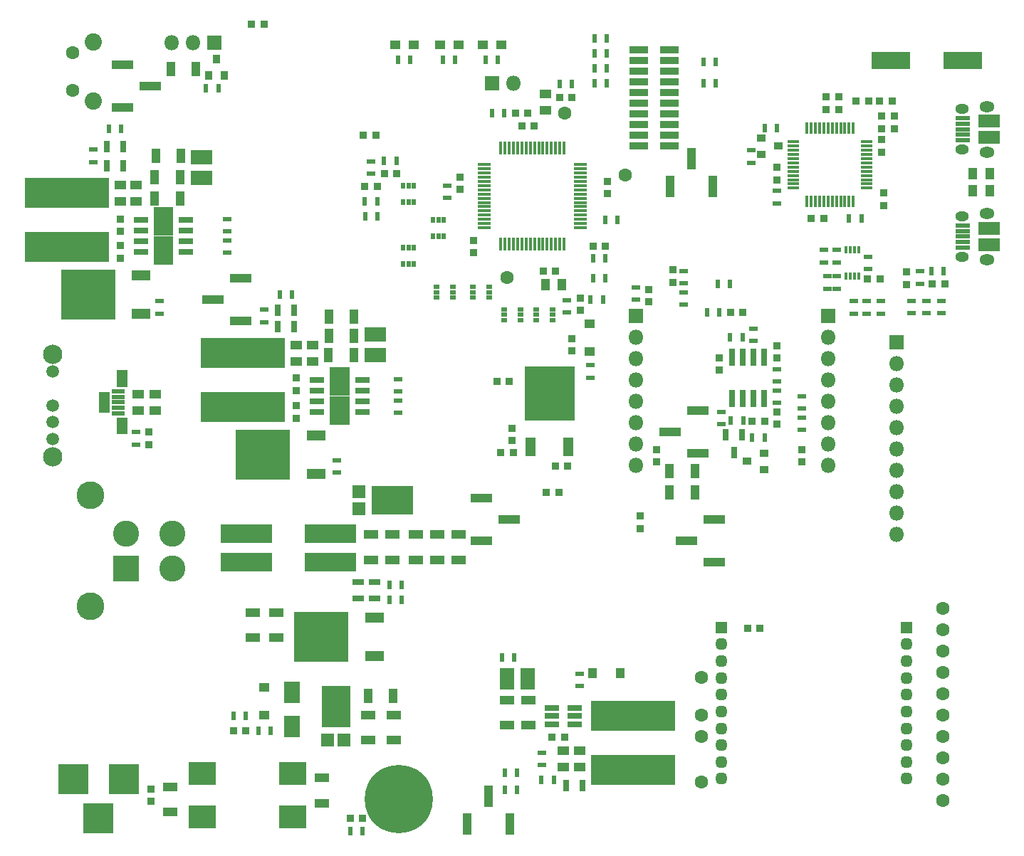
<source format=gbr>
G04 #@! TF.FileFunction,Soldermask,Top*
%FSLAX46Y46*%
G04 Gerber Fmt 4.6, Leading zero omitted, Abs format (unit mm)*
G04 Created by KiCad (PCBNEW 4.0.7) date 11/24/18 14:58:45*
%MOMM*%
%LPD*%
G01*
G04 APERTURE LIST*
%ADD10C,0.100000*%
%ADD11R,1.001600X0.601600*%
%ADD12R,0.851600X0.901600*%
%ADD13R,1.751600X0.501600*%
%ADD14O,1.601600X1.201600*%
%ADD15O,1.801600X1.301600*%
%ADD16R,2.601600X1.531600*%
%ADD17R,1.701600X1.101600*%
%ADD18R,0.901600X0.851600*%
%ADD19R,1.351600X1.101600*%
%ADD20R,1.101600X1.701600*%
%ADD21R,1.101600X1.351600*%
%ADD22R,1.901600X2.601600*%
%ADD23R,1.301600X1.001600*%
%ADD24R,1.001600X1.301600*%
%ADD25R,4.961600X3.461600*%
%ADD26R,1.501600X1.491600*%
%ADD27R,3.601600X3.601600*%
%ADD28R,3.101600X3.101600*%
%ADD29C,3.101600*%
%ADD30C,3.301600*%
%ADD31R,1.451600X1.451600*%
%ADD32O,1.451600X1.451600*%
%ADD33R,1.801600X1.801600*%
%ADD34O,1.801600X1.801600*%
%ADD35R,2.201600X0.851600*%
%ADD36R,1.801600X2.501600*%
%ADD37R,10.101600X3.601600*%
%ADD38R,2.501600X1.801600*%
%ADD39R,6.101600X2.251600*%
%ADD40R,2.301600X1.301600*%
%ADD41R,6.501600X5.901600*%
%ADD42R,1.001600X1.801600*%
%ADD43R,0.601600X1.001600*%
%ADD44R,0.801600X1.401600*%
%ADD45R,1.401600X0.801600*%
%ADD46R,1.301600X2.301600*%
%ADD47R,5.901600X6.501600*%
%ADD48R,3.461600X4.961600*%
%ADD49R,1.491600X1.501600*%
%ADD50R,0.501600X0.751600*%
%ADD51R,0.751600X0.501600*%
%ADD52R,1.101600X2.611600*%
%ADD53R,2.611600X1.101600*%
%ADD54C,1.601600*%
%ADD55R,3.301600X2.801600*%
%ADD56C,1.599600*%
%ADD57C,2.051600*%
%ADD58C,1.501600*%
%ADD59C,2.301600*%
%ADD60R,1.601600X0.551600*%
%ADD61R,0.201600X0.201600*%
%ADD62R,1.401600X0.351600*%
%ADD63R,0.351600X1.401600*%
%ADD64R,1.574800X0.381000*%
%ADD65R,0.381000X1.574800*%
%ADD66C,8.101600*%
%ADD67R,4.601600X2.101600*%
%ADD68R,1.661600X0.751600*%
%ADD69R,1.651600X0.701600*%
%ADD70R,1.276600X3.501600*%
%ADD71R,1.001600X0.901600*%
%ADD72R,0.901600X1.001600*%
%ADD73R,0.701600X2.101600*%
%ADD74R,0.401600X0.901600*%
%ADD75R,0.740000X1.440000*%
G04 APERTURE END LIST*
D10*
G36*
X12070020Y-45279180D02*
X12070020Y-47682020D01*
X10763400Y-47682020D01*
X10763400Y-45279180D01*
X12070020Y-45279180D01*
G37*
G36*
X14220020Y-42674050D02*
X14220020Y-44682020D01*
X12918658Y-44682020D01*
X12918658Y-42674050D01*
X14220020Y-42674050D01*
G37*
G36*
X14220020Y-48285090D02*
X14220020Y-50282020D01*
X12918909Y-50282020D01*
X12918909Y-48285090D01*
X14220020Y-48285090D01*
G37*
D11*
X18034020Y-34429020D03*
X18034020Y-35929020D03*
D12*
X13335020Y-29325020D03*
X13335020Y-27825020D03*
D11*
X26035020Y-24650020D03*
X26035020Y-26150020D03*
X26035020Y-27190020D03*
X26035020Y-28690020D03*
D13*
X113500000Y-28050000D03*
X113500000Y-27400000D03*
X113500000Y-26750000D03*
X113500000Y-26100000D03*
X113500000Y-25450000D03*
D14*
X113380000Y-29170000D03*
X113380000Y-24330000D03*
D15*
X116380000Y-29480000D03*
X116380000Y-24020000D03*
D16*
X116620000Y-27710000D03*
X116620000Y-25790000D03*
D12*
X17018020Y-93968020D03*
X17018020Y-92468020D03*
D17*
X19304020Y-92226020D03*
X19304020Y-95226020D03*
X37338020Y-91186020D03*
X37338020Y-94186020D03*
X42766000Y-83684000D03*
X42766000Y-86684000D03*
X45814000Y-83684000D03*
X45814000Y-86684000D03*
D18*
X42397000Y-20811816D03*
X43897000Y-20811816D03*
X26785132Y-85588642D03*
X28285132Y-85588642D03*
D17*
X59276000Y-81906000D03*
X59276000Y-84906000D03*
X61816000Y-81906000D03*
X61816000Y-84906000D03*
D19*
X67945020Y-89900020D03*
X67945020Y-87900020D03*
X66040020Y-89900020D03*
X66040020Y-87900020D03*
D18*
X71026421Y-27893237D03*
X69526421Y-27893237D03*
X66155020Y-86360020D03*
X64655020Y-86360020D03*
X46216020Y-19304020D03*
X44716020Y-19304020D03*
D12*
X67056020Y-38874020D03*
X67056020Y-40374020D03*
D20*
X20550020Y-17145020D03*
X17550020Y-17145020D03*
X20438006Y-19685020D03*
X17438006Y-19685020D03*
X20438006Y-22225020D03*
X17438006Y-22225020D03*
D19*
X13335020Y-20590020D03*
X13335020Y-22590020D03*
X15240020Y-20590020D03*
X15240020Y-22590020D03*
D20*
X41124020Y-36322020D03*
X38124020Y-36322020D03*
X41091000Y-40894020D03*
X38091000Y-40894020D03*
X41124020Y-38608020D03*
X38124020Y-38608020D03*
D19*
X36195020Y-39640020D03*
X36195020Y-41640020D03*
X34290020Y-39640020D03*
X34290020Y-41640020D03*
D12*
X68072020Y-35548020D03*
X68072020Y-34048020D03*
D18*
X61804000Y-12032000D03*
X60304000Y-12032000D03*
D12*
X53688000Y-21164000D03*
X53688000Y-19664000D03*
X71214000Y-21672000D03*
X71214000Y-20172000D03*
D18*
X63606000Y-30828000D03*
X65106000Y-30828000D03*
D12*
X55372020Y-28690020D03*
X55372020Y-27190020D03*
D18*
X61066000Y-13556000D03*
X62566000Y-13556000D03*
D19*
X63848000Y-11762000D03*
X63848000Y-9762000D03*
D21*
X65864000Y-32512020D03*
X63864000Y-32512020D03*
D12*
X105359618Y-12408082D03*
X105359618Y-13908082D03*
D18*
X97231618Y-10110082D03*
X98731618Y-10110082D03*
D12*
X103835618Y-12408082D03*
X103835618Y-13908082D03*
D18*
X97243618Y-11634082D03*
X98743618Y-11634082D03*
D12*
X104089618Y-21552082D03*
X104089618Y-23052082D03*
X103835618Y-15214082D03*
X103835618Y-16714082D03*
D18*
X105093618Y-10618082D03*
X103593618Y-10618082D03*
X100799618Y-10618082D03*
X102299618Y-10618082D03*
D12*
X91389618Y-18504082D03*
X91389618Y-20004082D03*
D18*
X96965618Y-24588082D03*
X95465618Y-24588082D03*
X87376020Y-35814020D03*
X85876020Y-35814020D03*
D19*
X17526020Y-45482020D03*
X17526020Y-47482020D03*
X15494020Y-45482020D03*
X15494020Y-47482020D03*
D12*
X16723518Y-51529972D03*
X16723518Y-50029972D03*
D17*
X31844000Y-74492000D03*
X31844000Y-71492000D03*
X29050000Y-71492000D03*
X29050000Y-74492000D03*
X45687000Y-62221000D03*
X45687000Y-65221000D03*
X43147000Y-62221000D03*
X43147000Y-65221000D03*
X53561000Y-62221000D03*
X53561000Y-65221000D03*
X51021000Y-62221000D03*
X51021000Y-65221000D03*
X48481000Y-62221000D03*
X48481000Y-65221000D03*
D22*
X33782020Y-81026020D03*
X33782020Y-85026020D03*
D23*
X30480020Y-80392020D03*
X30480020Y-83692020D03*
D24*
X69470020Y-78740020D03*
X72770020Y-78740020D03*
D23*
X69173944Y-40455174D03*
X69173944Y-37155174D03*
D25*
X45687000Y-58133000D03*
D26*
X41705000Y-57148000D03*
X41705000Y-59118000D03*
D27*
X13750000Y-91281900D03*
X7750000Y-91281900D03*
X10750000Y-95981900D03*
D28*
X14000000Y-66278800D03*
D29*
X14000000Y-62078800D03*
X19500000Y-66278800D03*
X19500000Y-62078800D03*
D30*
X9800000Y-70778800D03*
X9800000Y-57578800D03*
D31*
X84838000Y-73270000D03*
D32*
X84838000Y-75270000D03*
X84838000Y-77270000D03*
X84838000Y-79270000D03*
X84838000Y-81270000D03*
X84838000Y-83270000D03*
X84838000Y-85270000D03*
X84838000Y-87270000D03*
X84838000Y-89270000D03*
X84838000Y-91270000D03*
D31*
X106838000Y-73270000D03*
D32*
X106838000Y-75270000D03*
X106838000Y-77270000D03*
X106838000Y-79270000D03*
X106838000Y-81270000D03*
X106838000Y-83270000D03*
X106838000Y-85270000D03*
X106838000Y-87270000D03*
X106838000Y-89270000D03*
X106838000Y-91270000D03*
D33*
X74614000Y-36230000D03*
D34*
X74614000Y-38770000D03*
X74614000Y-41310000D03*
X74614000Y-43850000D03*
X74614000Y-46390000D03*
X74614000Y-48930000D03*
X74614000Y-51470000D03*
X74614000Y-54010000D03*
D33*
X97474000Y-36230000D03*
D34*
X97474000Y-38770000D03*
X97474000Y-41310000D03*
X97474000Y-43850000D03*
X97474000Y-46390000D03*
X97474000Y-48930000D03*
X97474000Y-51470000D03*
X97474000Y-54010000D03*
D35*
X75009600Y-15976600D03*
X78609600Y-15976600D03*
X75009600Y-14706600D03*
X78609600Y-14706600D03*
X75009600Y-13436600D03*
X78609600Y-13436600D03*
X75009600Y-12166600D03*
X78609600Y-12166600D03*
X75009600Y-10896600D03*
X78609600Y-10896600D03*
X75009600Y-9626600D03*
X78609600Y-9626600D03*
X75009600Y-8356600D03*
X78609600Y-8356600D03*
X75009600Y-7086600D03*
X78609600Y-7086600D03*
X75009600Y-5816600D03*
X78609600Y-5816600D03*
X75009600Y-4546600D03*
X78609600Y-4546600D03*
D33*
X57498000Y-8476000D03*
D34*
X60038000Y-8476000D03*
D36*
X59296000Y-79342000D03*
X61796000Y-79342000D03*
D37*
X74295020Y-83745020D03*
X74295020Y-90245020D03*
D38*
X23002006Y-17292020D03*
X23002006Y-19792020D03*
X43655000Y-38374020D03*
X43655000Y-40874020D03*
D39*
X38335000Y-62100000D03*
X38335000Y-65530000D03*
X28335000Y-65530000D03*
X28335000Y-62100000D03*
D40*
X36585020Y-54985020D03*
X36585020Y-50425020D03*
D41*
X30285020Y-52705020D03*
D40*
X43537000Y-76669000D03*
X43537000Y-72109000D03*
D41*
X37237000Y-74389000D03*
D42*
X42840000Y-81374000D03*
X45740000Y-81374000D03*
D43*
X42430020Y-24384020D03*
X43930020Y-24384020D03*
X43897000Y-22589816D03*
X42397000Y-22589816D03*
X31242020Y-85598020D03*
X29742020Y-85598020D03*
X28285132Y-83810642D03*
X26785132Y-83810642D03*
D44*
X68260020Y-92075020D03*
X66360020Y-92075020D03*
D43*
X71027447Y-31750020D03*
X69527447Y-31750020D03*
D11*
X67945020Y-80252020D03*
X67945020Y-78752020D03*
D43*
X69526421Y-29337020D03*
X71026421Y-29337020D03*
X64885020Y-91440020D03*
X63385020Y-91440020D03*
X60534000Y-92583020D03*
X59034000Y-92583020D03*
X60534000Y-90518000D03*
X59034000Y-90518000D03*
D11*
X43180020Y-19292020D03*
X43180020Y-17792020D03*
D43*
X44704020Y-17780020D03*
X46204020Y-17780020D03*
D11*
X110975642Y-35889988D03*
X110975642Y-34389988D03*
X69232344Y-43560774D03*
X69232344Y-42060774D03*
D44*
X11750020Y-18368976D03*
X13650020Y-18368976D03*
X11750020Y-16082976D03*
X13650020Y-16082976D03*
D11*
X10160020Y-17895020D03*
X10160020Y-16395020D03*
D43*
X13450020Y-13970020D03*
X11950020Y-13970020D03*
D44*
X32070020Y-35560020D03*
X33970020Y-35560020D03*
X32070020Y-37465020D03*
X33970020Y-37465020D03*
D11*
X46355020Y-46240020D03*
X46355020Y-47740020D03*
X30480020Y-36945020D03*
X30480020Y-35445020D03*
D43*
X33770020Y-33655020D03*
X32270020Y-33655020D03*
D11*
X66421020Y-34302020D03*
X66421020Y-35802020D03*
D43*
X69227020Y-34290020D03*
X70727020Y-34290020D03*
X111240020Y-30861020D03*
X109740020Y-30861020D03*
D11*
X91389618Y-21298082D03*
X91389618Y-22798082D03*
D43*
X101461020Y-24638020D03*
X99961020Y-24638020D03*
X89928020Y-13843020D03*
X91428020Y-13843020D03*
X83070020Y-35814020D03*
X84570020Y-35814020D03*
D11*
X108421758Y-30855364D03*
X108421758Y-32355364D03*
X15199518Y-50029972D03*
X15199518Y-51529972D03*
D43*
X85840020Y-32385020D03*
X84340020Y-32385020D03*
D11*
X52164000Y-22180000D03*
X52164000Y-20680000D03*
D43*
X69702000Y-3142000D03*
X71202000Y-3142000D03*
X69702000Y-4920000D03*
X71202000Y-4920000D03*
X69702000Y-6698000D03*
X71202000Y-6698000D03*
X69702000Y-8476000D03*
X71202000Y-8476000D03*
X84156000Y-8476000D03*
X82656000Y-8476000D03*
X84156000Y-5936000D03*
X82656000Y-5936000D03*
X57510000Y-12032000D03*
X59010000Y-12032000D03*
D45*
X43528000Y-69784020D03*
X43528000Y-67884020D03*
D43*
X45318000Y-69944000D03*
X46818000Y-69944000D03*
X45318000Y-68166000D03*
X46818000Y-68166000D03*
D46*
X62077347Y-51746195D03*
X66637347Y-51746195D03*
D47*
X64357347Y-45446195D03*
D48*
X38956000Y-82644000D03*
D49*
X37971000Y-86626000D03*
X39941000Y-86626000D03*
D50*
X46942000Y-22634000D03*
X48242000Y-22634000D03*
X47592000Y-20734000D03*
X47592000Y-22634000D03*
X48242000Y-20734000D03*
X46942000Y-20734000D03*
X50498000Y-26698000D03*
X51798000Y-26698000D03*
X51148000Y-24798000D03*
X51148000Y-26698000D03*
X51798000Y-24798000D03*
X50498000Y-24798000D03*
X46942000Y-30000000D03*
X48242000Y-30000000D03*
X47592000Y-28100000D03*
X47592000Y-30000000D03*
X48242000Y-28100000D03*
X46942000Y-28100000D03*
D51*
X52860000Y-34018000D03*
X52860000Y-32718000D03*
X50960000Y-33368000D03*
X52860000Y-33368000D03*
X50960000Y-32718000D03*
X50960000Y-34018000D03*
X57178000Y-34018000D03*
X57178000Y-32718000D03*
X55278000Y-33368000D03*
X57178000Y-33368000D03*
X55278000Y-32718000D03*
X55278000Y-34018000D03*
X60894020Y-36718020D03*
X60894020Y-35418020D03*
X58994020Y-36068020D03*
X60894020Y-36068020D03*
X58994020Y-35418020D03*
X58994020Y-36718020D03*
X64704020Y-36718020D03*
X64704020Y-35418020D03*
X62804020Y-36068020D03*
X64704020Y-36068020D03*
X62804020Y-35418020D03*
X62804020Y-36718020D03*
D52*
X81280020Y-17522020D03*
X83820020Y-20832020D03*
X78740020Y-20832020D03*
D53*
X80637020Y-62992020D03*
X83947020Y-60452020D03*
X83947020Y-65532020D03*
D54*
X73406020Y-19431020D03*
X59309020Y-31623020D03*
X111092000Y-81120000D03*
X111092000Y-78580000D03*
X111092000Y-76040000D03*
X111092000Y-73500000D03*
X111092000Y-70960000D03*
X82423020Y-91694020D03*
X82423020Y-86233020D03*
X82423020Y-83693020D03*
X82423020Y-79248020D03*
X111092000Y-83660000D03*
X111092000Y-86200000D03*
X111092000Y-88740000D03*
X111092000Y-91280000D03*
X111092000Y-93820000D03*
D55*
X23048020Y-90618020D03*
X23048020Y-95818020D03*
X33848020Y-95818020D03*
X33848020Y-90618020D03*
D18*
X109867020Y-32385020D03*
X111367020Y-32385020D03*
D12*
X106811330Y-32437344D03*
X106811330Y-30937344D03*
D21*
X114697020Y-21336020D03*
X116697020Y-21336020D03*
X114697020Y-19304020D03*
X116697020Y-19304020D03*
D12*
X76200020Y-33032020D03*
X76200020Y-34532020D03*
D23*
X48184000Y-3904000D03*
X45984000Y-3904000D03*
X53518000Y-3904000D03*
X51318000Y-3904000D03*
X58598000Y-3904000D03*
X56398000Y-3904000D03*
D33*
X24478000Y-3650000D03*
D34*
X21938000Y-3650000D03*
X19398000Y-3650000D03*
D33*
X105664000Y-39370000D03*
D34*
X105664000Y-41910000D03*
X105664000Y-44450000D03*
X105664000Y-46990000D03*
X105664000Y-49530000D03*
X105664000Y-52070000D03*
X105664000Y-54610000D03*
X105664000Y-57150000D03*
X105664000Y-59690000D03*
X105664000Y-62230000D03*
D11*
X94361020Y-47232020D03*
X94361020Y-45732020D03*
X94361020Y-48272020D03*
X94361020Y-49772020D03*
X74676020Y-34278020D03*
X74676020Y-32778020D03*
X102115225Y-35910767D03*
X102115225Y-34410767D03*
X107419642Y-35889988D03*
X107419642Y-34389988D03*
X103766225Y-35910767D03*
X103766225Y-34410767D03*
X109197642Y-34389988D03*
X109197642Y-35889988D03*
X100591225Y-34410767D03*
X100591225Y-35910767D03*
D43*
X47834000Y-5682000D03*
X46334000Y-5682000D03*
X53168000Y-5682000D03*
X51668000Y-5682000D03*
X58248000Y-5682000D03*
X56748000Y-5682000D03*
D56*
X7675000Y-4893800D03*
X7675000Y-9393800D03*
D57*
X10165000Y-3638800D03*
X10165000Y-10648800D03*
D58*
X5325000Y-50832600D03*
X5325000Y-48832600D03*
X5325000Y-46832600D03*
D59*
X5325000Y-52932600D03*
X5325000Y-40732600D03*
D58*
X5325000Y-42832600D03*
D43*
X23507020Y-9144020D03*
X25007020Y-9144020D03*
X70972000Y-24732000D03*
X72472000Y-24732000D03*
D11*
X88341618Y-16472082D03*
X88341618Y-17972082D03*
D18*
X65036020Y-54102020D03*
X66536020Y-54102020D03*
D12*
X59944020Y-51042020D03*
X59944020Y-49542020D03*
D18*
X89396020Y-73406020D03*
X87896020Y-73406020D03*
D12*
X77089020Y-53582000D03*
X77089020Y-52082000D03*
X94361020Y-53582020D03*
X94361020Y-52082020D03*
D20*
X19328020Y-6858020D03*
X22328020Y-6858020D03*
D13*
X113500000Y-15300000D03*
X113500000Y-14650000D03*
X113500000Y-14000000D03*
X113500000Y-13350000D03*
X113500000Y-12700000D03*
D14*
X113380000Y-16420000D03*
X113380000Y-11580000D03*
D15*
X116380000Y-16730000D03*
X116380000Y-11270000D03*
D16*
X116620000Y-14960000D03*
X116620000Y-13040000D03*
D45*
X41656020Y-69784020D03*
X41656020Y-67884020D03*
D60*
X13130020Y-45182020D03*
X13130020Y-45832020D03*
X13130020Y-46482020D03*
X13130020Y-47132020D03*
X13130020Y-47782020D03*
D61*
X11430020Y-47462020D03*
X13570020Y-44392020D03*
X13570020Y-50042020D03*
D62*
X102089618Y-20988082D03*
X102089618Y-20488082D03*
X102089618Y-19988082D03*
X102089618Y-19488082D03*
X102089618Y-18988082D03*
X102089618Y-18488082D03*
X102089618Y-17988082D03*
X102089618Y-17488082D03*
X102089618Y-16988082D03*
X102089618Y-16488082D03*
X102089618Y-15988082D03*
X102089618Y-15488082D03*
D63*
X100489618Y-13888082D03*
X99989618Y-13888082D03*
X99489618Y-13888082D03*
X98989618Y-13888082D03*
X98489618Y-13888082D03*
X97989618Y-13888082D03*
X97489618Y-13888082D03*
X96989618Y-13888082D03*
X96489618Y-13888082D03*
X95989618Y-13888082D03*
X95489618Y-13888082D03*
X94989618Y-13888082D03*
D62*
X93389618Y-15488082D03*
X93389618Y-15988082D03*
X93389618Y-16488082D03*
X93389618Y-16988082D03*
X93389618Y-17488082D03*
X93389618Y-17988082D03*
X93389618Y-18488082D03*
X93389618Y-18988082D03*
X93389618Y-19488082D03*
X93389618Y-19988082D03*
X93389618Y-20488082D03*
X93389618Y-20988082D03*
D63*
X94989618Y-22588082D03*
X95489618Y-22588082D03*
X95989618Y-22588082D03*
X96489618Y-22588082D03*
X96989618Y-22588082D03*
X97489618Y-22588082D03*
X97989618Y-22588082D03*
X98489618Y-22588082D03*
X98989618Y-22588082D03*
X99489618Y-22588082D03*
X99989618Y-22588082D03*
X100489618Y-22588082D03*
D18*
X30404520Y-1460520D03*
X28904520Y-1460520D03*
X59602520Y-44005520D03*
X58102520Y-44005520D03*
X60071020Y-52451020D03*
X58571020Y-52451020D03*
X65468520Y-57213520D03*
X63968520Y-57213520D03*
D12*
X75120520Y-60019520D03*
X75120520Y-61519520D03*
D18*
X43751520Y-14732020D03*
X42251520Y-14732020D03*
X65556020Y-10223520D03*
X67056020Y-10223520D03*
D43*
X65544020Y-8636020D03*
X67044020Y-8636020D03*
D64*
X56609000Y-18178800D03*
X56609000Y-18686800D03*
X56609000Y-19194800D03*
X56609000Y-19677400D03*
X56609000Y-20185400D03*
X56609000Y-20693400D03*
X56609000Y-21176000D03*
X56609000Y-21684000D03*
X56609000Y-22192000D03*
X56609000Y-22700000D03*
X56609000Y-23182600D03*
X56609000Y-23690600D03*
X56609000Y-24198600D03*
X56609000Y-24681200D03*
X56609000Y-25189200D03*
X56609000Y-25697200D03*
D65*
X58564800Y-27653000D03*
X59072800Y-27653000D03*
X59580800Y-27653000D03*
X60063400Y-27653000D03*
X60571400Y-27653000D03*
X61079400Y-27653000D03*
X61562000Y-27653000D03*
X62070000Y-27653000D03*
X62578000Y-27653000D03*
X63086000Y-27653000D03*
X63568600Y-27653000D03*
X64076600Y-27653000D03*
X64584600Y-27653000D03*
X65067200Y-27653000D03*
X65575200Y-27653000D03*
X66083200Y-27653000D03*
D64*
X68039000Y-25697200D03*
X68039000Y-25189200D03*
X68039000Y-24681200D03*
X68039000Y-24198600D03*
X68039000Y-23690600D03*
X68039000Y-23182600D03*
X68039000Y-22700000D03*
X68039000Y-22192000D03*
X68039000Y-21684000D03*
X68039000Y-21176000D03*
X68039000Y-20693400D03*
X68039000Y-20185400D03*
X68039000Y-19677400D03*
X68039000Y-19194800D03*
X68039000Y-18686800D03*
X68039000Y-18178800D03*
D65*
X66083200Y-16223000D03*
X65575200Y-16223000D03*
X65067200Y-16223000D03*
X64584600Y-16223000D03*
X64076600Y-16223000D03*
X63568600Y-16223000D03*
X63086000Y-16223000D03*
X62578000Y-16223000D03*
X62070000Y-16223000D03*
X61562000Y-16223000D03*
X61079400Y-16223000D03*
X60571400Y-16223000D03*
X60063400Y-16223000D03*
X59580800Y-16223000D03*
X59072800Y-16223000D03*
X58564800Y-16223000D03*
D66*
X46433740Y-93662500D03*
D67*
X113470020Y-5792082D03*
X104970020Y-5792082D03*
D18*
X40652020Y-96012020D03*
X42152020Y-96012020D03*
D43*
X42152020Y-97536020D03*
X40652020Y-97536020D03*
D54*
X66167020Y-12065020D03*
D68*
X67390020Y-84770020D03*
X67390020Y-83820020D03*
X67390020Y-82870020D03*
X64690020Y-82870020D03*
X64690020Y-84770020D03*
X64690020Y-83820020D03*
D69*
X36717520Y-43815020D03*
X36717520Y-45085020D03*
X36717520Y-46355020D03*
X36717520Y-47625020D03*
X42117520Y-47625020D03*
X42117520Y-46355020D03*
X42117520Y-45085020D03*
X42117520Y-43815020D03*
D70*
X40005020Y-47420020D03*
X40005020Y-44020020D03*
X38830020Y-47420020D03*
X38830020Y-44020020D03*
D69*
X15762520Y-24765020D03*
X15762520Y-26035020D03*
X15762520Y-27305020D03*
X15762520Y-28575020D03*
X21162520Y-28575020D03*
X21162520Y-27305020D03*
X21162520Y-26035020D03*
X21162520Y-24765020D03*
D70*
X19050020Y-28370020D03*
X19050020Y-24970020D03*
X17875020Y-28370020D03*
X17875020Y-24970020D03*
D12*
X34290020Y-48375020D03*
X34290020Y-46875020D03*
X34290020Y-43585020D03*
X34290020Y-45085020D03*
X13335020Y-24650020D03*
X13335020Y-26150020D03*
D37*
X6985020Y-28015020D03*
X6985020Y-21515020D03*
X27940020Y-47065020D03*
X27940020Y-40565020D03*
D40*
X15825020Y-35935020D03*
X15825020Y-31375020D03*
D41*
X9525020Y-33655020D03*
D11*
X63500020Y-89650020D03*
X63500020Y-88150020D03*
X39116020Y-53352020D03*
X39116020Y-54852020D03*
X46355020Y-43700020D03*
X46355020Y-45200020D03*
D43*
X58686020Y-76835020D03*
X60186020Y-76835020D03*
D18*
X89966827Y-48739421D03*
X88466827Y-48739421D03*
D12*
X91375827Y-49108421D03*
X91375827Y-47608421D03*
D18*
X103640793Y-31787045D03*
X102140793Y-31787045D03*
D12*
X91375827Y-39734421D03*
X91375827Y-41234421D03*
X84582020Y-42660020D03*
X84582020Y-41160020D03*
D20*
X78629271Y-54634489D03*
X81629271Y-54634489D03*
X78629271Y-57174489D03*
X81629271Y-57174489D03*
D12*
X79075120Y-30725062D03*
X79075120Y-32225062D03*
D52*
X57150020Y-93345020D03*
X59690020Y-96655020D03*
X54610020Y-96655020D03*
D53*
X24380020Y-34290020D03*
X27690020Y-31750020D03*
X27690020Y-36830020D03*
X16895020Y-8890020D03*
X13585020Y-11430020D03*
X13585020Y-6350020D03*
X59567020Y-60452020D03*
X56257020Y-62992020D03*
X56257020Y-57912020D03*
X78732020Y-50038020D03*
X82042020Y-47498020D03*
X82042020Y-52578020D03*
D71*
X89551020Y-15052020D03*
X89551020Y-16952020D03*
X91551020Y-16002020D03*
D72*
X23815020Y-7604020D03*
X25715020Y-7604020D03*
X24765020Y-5604020D03*
D71*
X89851827Y-54449421D03*
X89851827Y-52549421D03*
X87851827Y-53499421D03*
D11*
X84771827Y-49108421D03*
X84771827Y-47608421D03*
D43*
X85926827Y-48612421D03*
X87426827Y-48612421D03*
X88466827Y-50644421D03*
X89966827Y-50644421D03*
D11*
X96960053Y-28339373D03*
X96960053Y-29839373D03*
X98484053Y-29839373D03*
X98484053Y-28339373D03*
X91375827Y-46568421D03*
X91375827Y-45068421D03*
X98552020Y-32970995D03*
X98552020Y-31470995D03*
X97409020Y-31470995D03*
X97409020Y-32970995D03*
X91375827Y-42528421D03*
X91375827Y-44028421D03*
X88581827Y-39202421D03*
X88581827Y-37702421D03*
X102255793Y-30632045D03*
X102255793Y-29132045D03*
D43*
X85799827Y-38706421D03*
X87299827Y-38706421D03*
D11*
X80345120Y-34880062D03*
X80345120Y-33380062D03*
X80345120Y-32340062D03*
X80345120Y-30840062D03*
D73*
X86041827Y-46019421D03*
X87311827Y-46019421D03*
X89851827Y-46019421D03*
X89851827Y-41119421D03*
X88581827Y-41119421D03*
X87311827Y-41119421D03*
X86041827Y-41119421D03*
X88581827Y-46019421D03*
D74*
X101100793Y-28332045D03*
X100600793Y-28332045D03*
X100100793Y-28332045D03*
X99600793Y-28332045D03*
X99600793Y-31432045D03*
X100100793Y-31432045D03*
X100600793Y-31432045D03*
X101100793Y-31432045D03*
D75*
X86295827Y-52456421D03*
X85345827Y-50356421D03*
X87245827Y-50356421D03*
M02*

</source>
